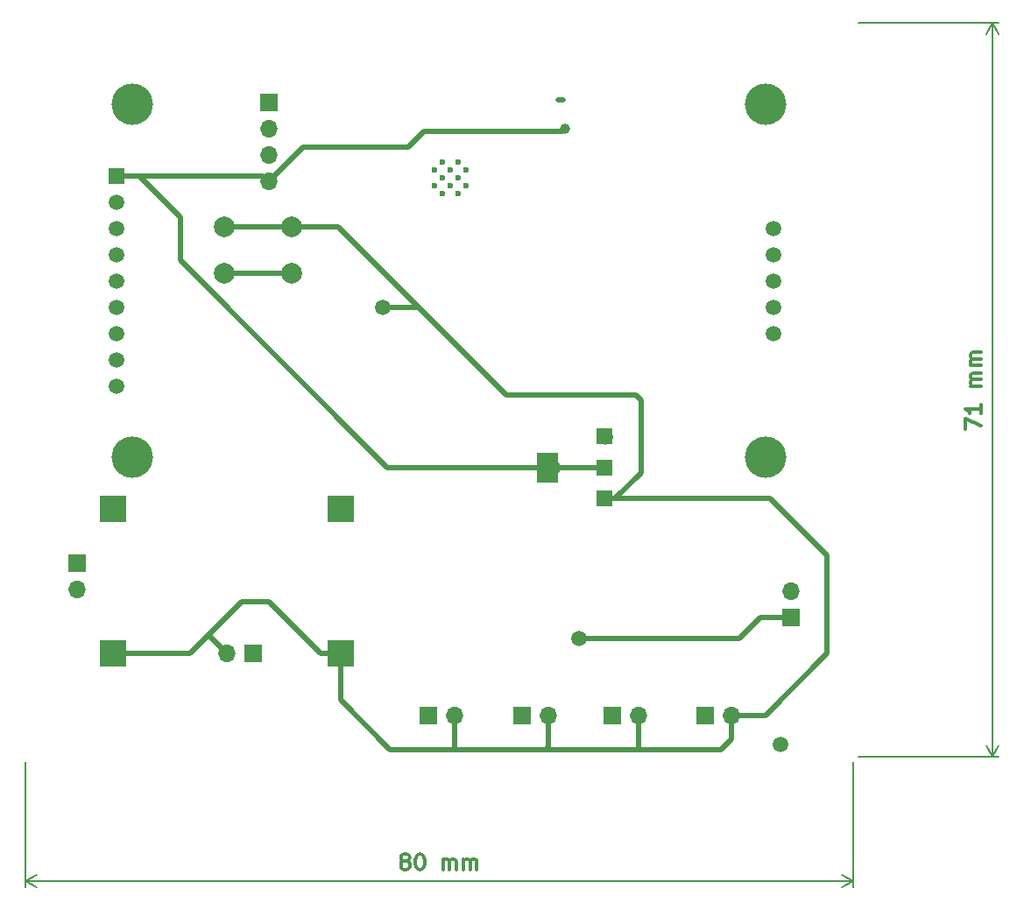
<source format=gbr>
%TF.GenerationSoftware,KiCad,Pcbnew,9.0.0*%
%TF.CreationDate,2025-04-01T19:23:24-03:00*%
%TF.ProjectId,ALFAGAME-v1,414c4641-4741-44d4-952d-76312e6b6963,rev?*%
%TF.SameCoordinates,Original*%
%TF.FileFunction,Copper,L1,Top*%
%TF.FilePolarity,Positive*%
%FSLAX46Y46*%
G04 Gerber Fmt 4.6, Leading zero omitted, Abs format (unit mm)*
G04 Created by KiCad (PCBNEW 9.0.0) date 2025-04-01 19:23:24*
%MOMM*%
%LPD*%
G01*
G04 APERTURE LIST*
%ADD10C,0.300000*%
%TA.AperFunction,NonConductor*%
%ADD11C,0.300000*%
%TD*%
%TA.AperFunction,NonConductor*%
%ADD12C,0.200000*%
%TD*%
%TA.AperFunction,ComponentPad*%
%ADD13R,1.700000X1.700000*%
%TD*%
%TA.AperFunction,ComponentPad*%
%ADD14O,1.700000X1.700000*%
%TD*%
%TA.AperFunction,ComponentPad*%
%ADD15C,4.000000*%
%TD*%
%TA.AperFunction,ComponentPad*%
%ADD16R,1.500000X1.500000*%
%TD*%
%TA.AperFunction,ComponentPad*%
%ADD17C,1.500000*%
%TD*%
%TA.AperFunction,SMDPad,CuDef*%
%ADD18R,1.506220X1.506220*%
%TD*%
%TA.AperFunction,SMDPad,CuDef*%
%ADD19R,2.000000X3.000000*%
%TD*%
%TA.AperFunction,ComponentPad*%
%ADD20C,2.000000*%
%TD*%
%TA.AperFunction,ComponentPad*%
%ADD21R,2.500000X2.500000*%
%TD*%
%TA.AperFunction,HeatsinkPad*%
%ADD22C,0.600000*%
%TD*%
%TA.AperFunction,ViaPad*%
%ADD23C,1.000000*%
%TD*%
%TA.AperFunction,ViaPad*%
%ADD24C,1.500000*%
%TD*%
%TA.AperFunction,Conductor*%
%ADD25C,0.500000*%
%TD*%
%TA.AperFunction,Conductor*%
%ADD26C,0.200000*%
%TD*%
G04 APERTURE END LIST*
D10*
D11*
X236378328Y-64285713D02*
X236378328Y-63285713D01*
X236378328Y-63285713D02*
X237878328Y-63928570D01*
X237878328Y-61928570D02*
X237878328Y-62785713D01*
X237878328Y-62357142D02*
X236378328Y-62357142D01*
X236378328Y-62357142D02*
X236592614Y-62499999D01*
X236592614Y-62499999D02*
X236735471Y-62642856D01*
X236735471Y-62642856D02*
X236806900Y-62785713D01*
X237878328Y-60142857D02*
X236878328Y-60142857D01*
X237021185Y-60142857D02*
X236949757Y-60071428D01*
X236949757Y-60071428D02*
X236878328Y-59928571D01*
X236878328Y-59928571D02*
X236878328Y-59714285D01*
X236878328Y-59714285D02*
X236949757Y-59571428D01*
X236949757Y-59571428D02*
X237092614Y-59500000D01*
X237092614Y-59500000D02*
X237878328Y-59500000D01*
X237092614Y-59500000D02*
X236949757Y-59428571D01*
X236949757Y-59428571D02*
X236878328Y-59285714D01*
X236878328Y-59285714D02*
X236878328Y-59071428D01*
X236878328Y-59071428D02*
X236949757Y-58928571D01*
X236949757Y-58928571D02*
X237092614Y-58857142D01*
X237092614Y-58857142D02*
X237878328Y-58857142D01*
X237878328Y-58142857D02*
X236878328Y-58142857D01*
X237021185Y-58142857D02*
X236949757Y-58071428D01*
X236949757Y-58071428D02*
X236878328Y-57928571D01*
X236878328Y-57928571D02*
X236878328Y-57714285D01*
X236878328Y-57714285D02*
X236949757Y-57571428D01*
X236949757Y-57571428D02*
X237092614Y-57500000D01*
X237092614Y-57500000D02*
X237878328Y-57500000D01*
X237092614Y-57500000D02*
X236949757Y-57428571D01*
X236949757Y-57428571D02*
X236878328Y-57285714D01*
X236878328Y-57285714D02*
X236878328Y-57071428D01*
X236878328Y-57071428D02*
X236949757Y-56928571D01*
X236949757Y-56928571D02*
X237092614Y-56857142D01*
X237092614Y-56857142D02*
X237878328Y-56857142D01*
D12*
X226000000Y-96000000D02*
X239586420Y-96000000D01*
X239586420Y-25000000D02*
X226000000Y-25000000D01*
X239000000Y-96000000D02*
X239000000Y-25000000D01*
X239000000Y-96000000D02*
X239000000Y-25000000D01*
X239000000Y-96000000D02*
X238413579Y-94873496D01*
X239000000Y-96000000D02*
X239586421Y-94873496D01*
X239000000Y-25000000D02*
X239586421Y-26126504D01*
X239000000Y-25000000D02*
X238413579Y-26126504D01*
X239000000Y-96000000D02*
X239000000Y-25000000D01*
X239000000Y-96000000D02*
X239000000Y-25000000D01*
X239000000Y-96000000D02*
X238413579Y-94873496D01*
X239000000Y-96000000D02*
X239586421Y-94873496D01*
X239000000Y-25000000D02*
X239586421Y-26126504D01*
X239000000Y-25000000D02*
X238413579Y-26126504D01*
D10*
D11*
X182071429Y-106021185D02*
X181928572Y-105949757D01*
X181928572Y-105949757D02*
X181857143Y-105878328D01*
X181857143Y-105878328D02*
X181785715Y-105735471D01*
X181785715Y-105735471D02*
X181785715Y-105664042D01*
X181785715Y-105664042D02*
X181857143Y-105521185D01*
X181857143Y-105521185D02*
X181928572Y-105449757D01*
X181928572Y-105449757D02*
X182071429Y-105378328D01*
X182071429Y-105378328D02*
X182357143Y-105378328D01*
X182357143Y-105378328D02*
X182500001Y-105449757D01*
X182500001Y-105449757D02*
X182571429Y-105521185D01*
X182571429Y-105521185D02*
X182642858Y-105664042D01*
X182642858Y-105664042D02*
X182642858Y-105735471D01*
X182642858Y-105735471D02*
X182571429Y-105878328D01*
X182571429Y-105878328D02*
X182500001Y-105949757D01*
X182500001Y-105949757D02*
X182357143Y-106021185D01*
X182357143Y-106021185D02*
X182071429Y-106021185D01*
X182071429Y-106021185D02*
X181928572Y-106092614D01*
X181928572Y-106092614D02*
X181857143Y-106164042D01*
X181857143Y-106164042D02*
X181785715Y-106306900D01*
X181785715Y-106306900D02*
X181785715Y-106592614D01*
X181785715Y-106592614D02*
X181857143Y-106735471D01*
X181857143Y-106735471D02*
X181928572Y-106806900D01*
X181928572Y-106806900D02*
X182071429Y-106878328D01*
X182071429Y-106878328D02*
X182357143Y-106878328D01*
X182357143Y-106878328D02*
X182500001Y-106806900D01*
X182500001Y-106806900D02*
X182571429Y-106735471D01*
X182571429Y-106735471D02*
X182642858Y-106592614D01*
X182642858Y-106592614D02*
X182642858Y-106306900D01*
X182642858Y-106306900D02*
X182571429Y-106164042D01*
X182571429Y-106164042D02*
X182500001Y-106092614D01*
X182500001Y-106092614D02*
X182357143Y-106021185D01*
X183571429Y-105378328D02*
X183714286Y-105378328D01*
X183714286Y-105378328D02*
X183857143Y-105449757D01*
X183857143Y-105449757D02*
X183928572Y-105521185D01*
X183928572Y-105521185D02*
X184000000Y-105664042D01*
X184000000Y-105664042D02*
X184071429Y-105949757D01*
X184071429Y-105949757D02*
X184071429Y-106306900D01*
X184071429Y-106306900D02*
X184000000Y-106592614D01*
X184000000Y-106592614D02*
X183928572Y-106735471D01*
X183928572Y-106735471D02*
X183857143Y-106806900D01*
X183857143Y-106806900D02*
X183714286Y-106878328D01*
X183714286Y-106878328D02*
X183571429Y-106878328D01*
X183571429Y-106878328D02*
X183428572Y-106806900D01*
X183428572Y-106806900D02*
X183357143Y-106735471D01*
X183357143Y-106735471D02*
X183285714Y-106592614D01*
X183285714Y-106592614D02*
X183214286Y-106306900D01*
X183214286Y-106306900D02*
X183214286Y-105949757D01*
X183214286Y-105949757D02*
X183285714Y-105664042D01*
X183285714Y-105664042D02*
X183357143Y-105521185D01*
X183357143Y-105521185D02*
X183428572Y-105449757D01*
X183428572Y-105449757D02*
X183571429Y-105378328D01*
X185857142Y-106878328D02*
X185857142Y-105878328D01*
X185857142Y-106021185D02*
X185928571Y-105949757D01*
X185928571Y-105949757D02*
X186071428Y-105878328D01*
X186071428Y-105878328D02*
X186285714Y-105878328D01*
X186285714Y-105878328D02*
X186428571Y-105949757D01*
X186428571Y-105949757D02*
X186500000Y-106092614D01*
X186500000Y-106092614D02*
X186500000Y-106878328D01*
X186500000Y-106092614D02*
X186571428Y-105949757D01*
X186571428Y-105949757D02*
X186714285Y-105878328D01*
X186714285Y-105878328D02*
X186928571Y-105878328D01*
X186928571Y-105878328D02*
X187071428Y-105949757D01*
X187071428Y-105949757D02*
X187142857Y-106092614D01*
X187142857Y-106092614D02*
X187142857Y-106878328D01*
X187857142Y-106878328D02*
X187857142Y-105878328D01*
X187857142Y-106021185D02*
X187928571Y-105949757D01*
X187928571Y-105949757D02*
X188071428Y-105878328D01*
X188071428Y-105878328D02*
X188285714Y-105878328D01*
X188285714Y-105878328D02*
X188428571Y-105949757D01*
X188428571Y-105949757D02*
X188500000Y-106092614D01*
X188500000Y-106092614D02*
X188500000Y-106878328D01*
X188500000Y-106092614D02*
X188571428Y-105949757D01*
X188571428Y-105949757D02*
X188714285Y-105878328D01*
X188714285Y-105878328D02*
X188928571Y-105878328D01*
X188928571Y-105878328D02*
X189071428Y-105949757D01*
X189071428Y-105949757D02*
X189142857Y-106092614D01*
X189142857Y-106092614D02*
X189142857Y-106878328D01*
D12*
X145500000Y-96500000D02*
X145500000Y-108586420D01*
X225500000Y-108586420D02*
X225500000Y-96500000D01*
X145500000Y-108000000D02*
X225500000Y-108000000D01*
X145500000Y-108000000D02*
X225500000Y-108000000D01*
X145500000Y-108000000D02*
X146626504Y-107413579D01*
X145500000Y-108000000D02*
X146626504Y-108586421D01*
X225500000Y-108000000D02*
X224373496Y-108586421D01*
X225500000Y-108000000D02*
X224373496Y-107413579D01*
X145500000Y-108000000D02*
X225500000Y-108000000D01*
X145500000Y-108000000D02*
X225500000Y-108000000D01*
X145500000Y-108000000D02*
X146626504Y-107413579D01*
X145500000Y-108000000D02*
X146626504Y-108586421D01*
X225500000Y-108000000D02*
X224373496Y-108586421D01*
X225500000Y-108000000D02*
X224373496Y-107413579D01*
D13*
%TO.P,J6,1,Pin_1*%
%TO.N,Net-(J6-Pin_1)*%
X211225000Y-92000000D03*
D14*
%TO.P,J6,2,Pin_2*%
%TO.N,-BATT*%
X213765000Y-92000000D03*
%TD*%
D15*
%TO.P,DISPLAY2.8"1,*%
%TO.N,*%
X155800000Y-32900000D03*
X155800000Y-67000000D03*
X217000000Y-32900000D03*
X217000000Y-67000000D03*
D16*
%TO.P,DISPLAY2.8"1,1,VCC*%
%TO.N,+3V3*%
X154300000Y-39790000D03*
D17*
%TO.P,DISPLAY2.8"1,2,GND*%
%TO.N,-BATT*%
X154300000Y-42330000D03*
%TO.P,DISPLAY2.8"1,3,~{CS}*%
%TO.N,unconnected-(DISPLAY2.8"1-~{CS}-Pad3)*%
X154300000Y-44870000D03*
%TO.P,DISPLAY2.8"1,4,RESET*%
%TO.N,unconnected-(DISPLAY2.8"1-RESET-Pad4)*%
X154300000Y-47410000D03*
%TO.P,DISPLAY2.8"1,5,D/~{C}*%
%TO.N,unconnected-(DISPLAY2.8"1-D{slash}~{C}-Pad5)*%
X154300000Y-49950000D03*
%TO.P,DISPLAY2.8"1,6,MOSI*%
%TO.N,unconnected-(DISPLAY2.8"1-MOSI-Pad6)*%
X154300000Y-52490000D03*
%TO.P,DISPLAY2.8"1,7,SCK*%
%TO.N,unconnected-(DISPLAY2.8"1-SCK-Pad7)*%
X154300000Y-55030000D03*
%TO.P,DISPLAY2.8"1,8,LED*%
%TO.N,unconnected-(DISPLAY2.8"1-LED-Pad8)*%
X154300000Y-57570000D03*
%TO.P,DISPLAY2.8"1,9,MISO*%
%TO.N,unconnected-(DISPLAY2.8"1-MISO-Pad9)*%
X154300000Y-60110000D03*
%TO.P,DISPLAY2.8"1,10,SD_CS*%
%TO.N,unconnected-(DISPLAY2.8"1-SD_CS-Pad10)*%
X217820000Y-44870000D03*
%TO.P,DISPLAY2.8"1,11,SD_MOSI*%
%TO.N,unconnected-(DISPLAY2.8"1-SD_MOSI-Pad11)*%
X217820000Y-47410000D03*
%TO.P,DISPLAY2.8"1,12,SD_MISO*%
%TO.N,unconnected-(DISPLAY2.8"1-SD_MISO-Pad12)*%
X217820000Y-49950000D03*
%TO.P,DISPLAY2.8"1,13,SD_SCK*%
%TO.N,unconnected-(DISPLAY2.8"1-SD_SCK-Pad13)*%
X217820000Y-52490000D03*
%TO.P,DISPLAY2.8"1,14,FLASH_CD*%
%TO.N,unconnected-(DISPLAY2.8"1-FLASH_CD-Pad14)*%
X217820000Y-55030000D03*
%TD*%
D13*
%TO.P,BAT1,1,Pin_1*%
%TO.N,+BATT*%
X167500000Y-86000000D03*
D14*
%TO.P,BAT1,2,Pin_2*%
%TO.N,-BATT*%
X164960000Y-86000000D03*
%TD*%
D13*
%TO.P,J2,1,Pin_1*%
%TO.N,Net-(J2-Pin_1)*%
X184460000Y-92000000D03*
D14*
%TO.P,J2,2,Pin_2*%
%TO.N,-BATT*%
X187000000Y-92000000D03*
%TD*%
D13*
%TO.P,J4,1,Pin_1*%
%TO.N,Net-(J4-Pin_1)*%
X193500000Y-92000000D03*
D14*
%TO.P,J4,2,Pin_2*%
%TO.N,-BATT*%
X196040000Y-92000000D03*
%TD*%
D13*
%TO.P,J5,1,Pin_1*%
%TO.N,Net-(J5-Pin_1)*%
X202225000Y-92000000D03*
D14*
%TO.P,J5,2,Pin_2*%
%TO.N,-BATT*%
X204765000Y-92000000D03*
%TD*%
D13*
%TO.P,J3,1,Pin_1*%
%TO.N,+12V*%
X150500000Y-77225000D03*
D14*
%TO.P,J3,2,Pin_2*%
%TO.N,-BATT*%
X150500000Y-79765000D03*
%TD*%
D18*
%TO.P,M2,1,IN*%
%TO.N,-VSW*%
X201500000Y-65000000D03*
D19*
%TO.P,M2,2,OUT*%
%TO.N,+3V3*%
X196000000Y-68000000D03*
D18*
X201500000Y-68000000D03*
%TO.P,M2,3,GND*%
%TO.N,-BATT*%
X201500000Y-71000000D03*
%TD*%
D13*
%TO.P,SW1,1,Pin_1*%
%TO.N,+VSW*%
X219500000Y-82500000D03*
D14*
%TO.P,SW1,2,Pin_2*%
%TO.N,-VSW*%
X219500000Y-79960000D03*
%TD*%
D20*
%TO.P,BOOT1,1,1*%
%TO.N,Net-(U2-IO0)*%
X164750000Y-49250000D03*
X171250000Y-49250000D03*
%TO.P,BOOT1,2,2*%
%TO.N,-BATT*%
X164750000Y-44750000D03*
X171250000Y-44750000D03*
%TD*%
D13*
%TO.P,J1,1,Pin_1*%
%TO.N,-BATT*%
X169000000Y-32700000D03*
D14*
%TO.P,J1,2,Pin_2*%
%TO.N,Net-(J1-Pin_2)*%
X169000000Y-35240000D03*
%TO.P,J1,3,Pin_3*%
%TO.N,Net-(J1-Pin_3)*%
X169000000Y-37780000D03*
%TO.P,J1,4,Pin_4*%
%TO.N,+3V3*%
X169000000Y-40320000D03*
%TD*%
D21*
%TO.P,M1,B+,B+*%
%TO.N,Net-(D2-A)*%
X176000000Y-72000000D03*
%TO.P,M1,B-,B-*%
%TO.N,-BATT*%
X176000000Y-86000000D03*
%TO.P,M1,IN+,IN+*%
%TO.N,+12V*%
X154000000Y-72000000D03*
%TO.P,M1,IN-,IN-*%
%TO.N,-BATT*%
X154000000Y-86000000D03*
%TD*%
D22*
%TO.P,U2,39,GND*%
%TO.N,-BATT*%
X188050000Y-40787500D03*
X188050000Y-39262500D03*
X187287500Y-41550000D03*
X187287500Y-40025000D03*
X187287500Y-38500000D03*
X186525000Y-40787500D03*
X186525000Y-39262500D03*
X185762500Y-41550000D03*
X185762500Y-40025000D03*
X185762500Y-38500000D03*
X185000000Y-40787500D03*
X185000000Y-39262500D03*
%TD*%
D23*
%TO.N,+3V3*%
X197644586Y-35294065D03*
D24*
X218500000Y-94750000D03*
X196500000Y-68000000D03*
%TO.N,-BATT*%
X201500000Y-71000000D03*
X180000000Y-52500000D03*
%TO.N,+VSW*%
X199000000Y-84500000D03*
%TO.N,-VSW*%
X201518054Y-65044590D03*
%TD*%
D25*
%TO.N,Net-(U2-IO0)*%
X164750000Y-49250000D02*
X171250000Y-49250000D01*
%TO.N,+3V3*%
X197644586Y-35294065D02*
X197438651Y-35500000D01*
X160500000Y-48000000D02*
X160500000Y-43790000D01*
X184000000Y-35500000D02*
X182500000Y-37000000D01*
X154300000Y-39790000D02*
X156500000Y-39790000D01*
X160500000Y-43790000D02*
X156500000Y-39790000D01*
X182500000Y-37000000D02*
X172320000Y-37000000D01*
X172320000Y-37000000D02*
X169000000Y-40320000D01*
D26*
X168470000Y-39790000D02*
X169000000Y-40320000D01*
D25*
X180500000Y-68000000D02*
X160500000Y-48000000D01*
X197438651Y-35500000D02*
X184000000Y-35500000D01*
X156500000Y-39790000D02*
X168470000Y-39790000D01*
X201147695Y-68000000D02*
X180500000Y-68000000D01*
%TO.N,-BATT*%
X175750000Y-44750000D02*
X171250000Y-44750000D01*
X213765000Y-94235000D02*
X213000000Y-95000000D01*
X187000000Y-92000000D02*
X187000000Y-95249000D01*
X195751000Y-95249000D02*
X204000000Y-95249000D01*
X223000000Y-86000000D02*
X217000000Y-92000000D01*
X217000000Y-92000000D02*
X213765000Y-92000000D01*
X202500000Y-71000000D02*
X205000000Y-68500000D01*
X180749000Y-95249000D02*
X176000000Y-90500000D01*
X205000000Y-61500000D02*
X204500000Y-61000000D01*
X195751000Y-95249000D02*
X187000000Y-95249000D01*
X201500000Y-71000000D02*
X217500000Y-71000000D01*
X187000000Y-95249000D02*
X180749000Y-95249000D01*
X204000000Y-95249000D02*
X204765000Y-95249000D01*
X204765000Y-95249000D02*
X204765000Y-92000000D01*
X171250000Y-44750000D02*
X164750000Y-44750000D01*
X195751000Y-95249000D02*
X196040000Y-94960000D01*
X196040000Y-94960000D02*
X196040000Y-92000000D01*
X174000000Y-86000000D02*
X176000000Y-86000000D01*
X204500000Y-61000000D02*
X192000000Y-61000000D01*
X161400000Y-86000000D02*
X163000000Y-84400000D01*
X223000000Y-76500000D02*
X223000000Y-86000000D01*
X192000000Y-61000000D02*
X183500000Y-52500000D01*
X154000000Y-86000000D02*
X161400000Y-86000000D01*
X201500000Y-71000000D02*
X202500000Y-71000000D01*
X213000000Y-95000000D02*
X212751000Y-95249000D01*
X163000000Y-84400000D02*
X166400000Y-81000000D01*
X217500000Y-71000000D02*
X223000000Y-76500000D01*
X183500000Y-52500000D02*
X175750000Y-44750000D01*
X169000000Y-81000000D02*
X174000000Y-86000000D01*
X166400000Y-81000000D02*
X169000000Y-81000000D01*
X197500000Y-32500000D02*
X197000000Y-32500000D01*
X163000000Y-84400000D02*
X163360000Y-84400000D01*
X205000000Y-68500000D02*
X205000000Y-61500000D01*
X212751000Y-95249000D02*
X204498000Y-95249000D01*
X213765000Y-92000000D02*
X213765000Y-94235000D01*
X183500000Y-52500000D02*
X180000000Y-52500000D01*
X176000000Y-90500000D02*
X176000000Y-86000000D01*
X163360000Y-84400000D02*
X164960000Y-86000000D01*
%TO.N,+VSW*%
X199000000Y-84500000D02*
X214500000Y-84500000D01*
X214500000Y-84500000D02*
X216500000Y-82500000D01*
X216500000Y-82500000D02*
X219500000Y-82500000D01*
%TD*%
M02*

</source>
